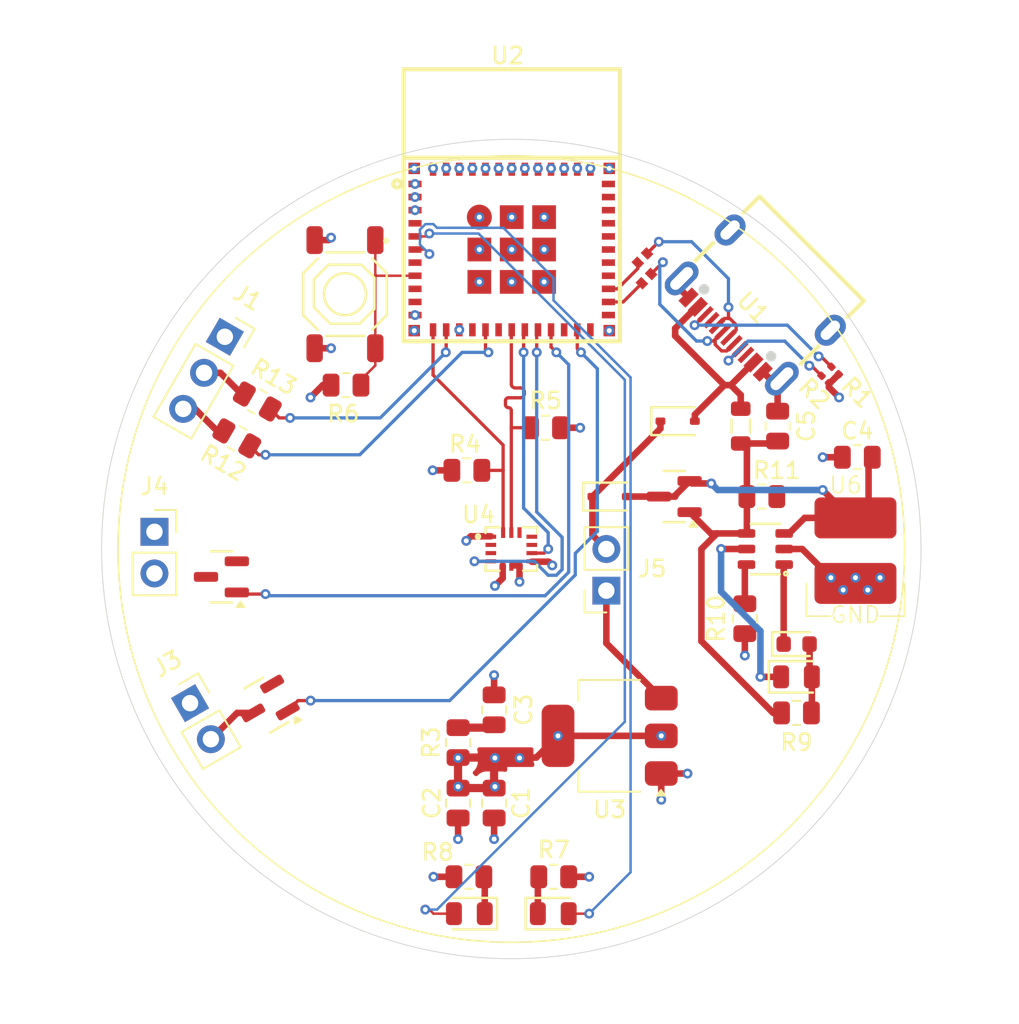
<source format=kicad_pcb>
(kicad_pcb (version 20241229) (generator "pcbnew") (generator_version "9.0")
  (layers (0 "F.Cu" signal) (4 "In1.Cu" signal) (6 "In2.Cu" signal) (2 "B.Cu" signal) (13 "F.Paste" user) (15 "B.Paste" user) (5 "F.SilkS" user "F.Silkscreen") (7 "B.SilkS" user "B.Silkscreen") (1 "F.Mask" user) (3 "B.Mask" user) (25 "Edge.Cuts" user))
  (net 0 "")
  (net 1 "/+3.3V")
  (net 2 "/USB_D-")
  (net 3 "/BATT+")
  (net 4 "/USB_D+")
  (net 5 "/+5V")
  (net 6 "/CC2")
  (net 7 "GND")
  (net 8 "/CC1")
  (net 9 "/BATT_STDBY")
  (net 10 "/BATT_CHRG")
  (net 16 "/PWR_FLT")
  (net 17 "/I2C_SCL_1")
  (net 18 "/I2C_SDA_1")
  (net 31 "/DEBUG_LED1")
  (net 34 "/GPI0_10")
  (net 36 "/GPI0_1")
  (net 38 "/I2C_INT1")
  (net 39 "/I2C_INT2")
  (net 40 "/DEBUG_LED2")
  (net 41 "/BATT_")
  (net 43 "/raw_power")
  (net 44 "/EN")
  (net 45 "Net-(J3-Pin_2)")
  (net 46 "Net-(J4-Pin_2)")
  (net 49 "/PWM_1")
  (net 50 "Net-(J1-Pin_2)")
  (net 51 "/PWM_2")
  (net 52 "/BATT_PROG")
  (net 53 "Net-(J1-Pin_3)")
  (net 54 "Net-(D1-Pad1)")
  (net 55 "Net-(D2-Pad1)")
  (footprint "Resistor_SMD:R_0805_2012Metric" (layer "F.Cu") (at 146.75 115.5 -90)
    (property "Reference" "C2")
    (property "Value" "10nF")
  )
  (footprint "Connector_PinSocket_2.54mm:PinSocket_1x03_P2.54mm_Vertical" (layer "F.Cu") (at 132.52 87.050296 -30)
    (property "Reference" "J1")
    (property "Value" "Conn_01x03")
  )
  (footprint "PCM_JLCPCB:FB_0805" (layer "F.Cu") (at 164 92.5 90)
    (property "Reference" "FB2" (hide yes))
    (property "Value" "~")
  )
  (footprint "Resistor_SMD:R_0805_2012Metric" (layer "F.Cu") (at 167.4 110)
    (property "Reference" "R9")
    (property "Value" "1k")
  )
  (footprint "PCM_JLCPCB:D_0805" (layer "F.Cu") (at 147.44 122.25 180)
    (property "Reference" "D2" (hide yes))
    (property "Value" "Yellow")
  )
  (footprint "Resistor_SMD:R_0805_2012Metric" (layer "F.Cu") (at 148.95 109.8125 90)
    (property "Reference" "C3")
    (property "Value" "1uF")
  )
  (footprint "Connector_PinSocket_2.54mm:PinSocket_1x02_P2.54mm_Vertical" (layer "F.Cu") (at 155.8 102.54 180)
    (property "Reference" "J5")
    (property "Value" "Conn_01x02")
  )
  (footprint "PCM_JLCPCB:Q_SOT-23" (layer "F.Cu") (at 135.064064 109.53 -150)
    (property "Reference" "Q1" (hide yes))
    (property "Value" "HL2307")
  )
  (footprint "Resistor_SMD:R_0805_2012Metric" (layer "F.Cu") (at 133.25 93.25 -30)
    (property "Reference" "R12")
    (property "Value" "330")
  )
  (footprint "PCM_JLCPCB:D_SOD-323" (layer "F.Cu") (at 156 96.8)
    (property "Reference" "D6" (hide yes))
    (property "Value" "1N5819WS")
  )
  (footprint "Resistor_SMD:R_0805_2012Metric" (layer "F.Cu") (at 171.1125 94.4 180)
    (property "Reference" "C4")
    (property "Value" "1uF")
  )
  (footprint "PCM_JLCPCB:Q_SOT-23" (layer "F.Cu") (at 159.94 96.8 180)
    (property "Reference" "Q3" (hide yes))
    (property "Value" "HL2307")
  )
  (footprint "PCM_JLCPCB:D_0805" (layer "F.Cu") (at 167.4 107.8)
    (property "Reference" "D3" (hide yes))
    (property "Value" "Green")
  )
  (footprint "PCM_JLCPCB:SW-SMD_4P-L5.1-W5.1-P3.70-LS6.5-TL-2" (layer "F.Cu") (at 139.85 84.45 -90)
    (property "Reference" "S1" (hide yes))
    (property "Value" "Tactile Button, 160gf")
  )
  (footprint "Connector_PinSocket_2.54mm:PinSocket_1x02_P2.54mm_Vertical" (layer "F.Cu") (at 130.396651 109.404969 30)
    (property "Reference" "J3")
    (property "Value" "Conn_01x02")
  )
  (footprint "esp_32:WIFIM-SMD_ESP32-C3-MINI-1" (layer "F.Cu") (at 150.025 81.725)
    (property "Reference" "U2")
    (property "Value" "~")
  )
  (footprint "Resistor_SMD:R_0805_2012Metric" (layer "F.Cu") (at 147.2875 95.2 180)
    (property "Reference" "R4")
    (property "Value" "4.7k")
  )
  (footprint "PCM_JLCPCB:D_DFN1006-2L" (layer "F.Cu") (at 158 82.25 -135)
    (property "Reference" "D7" (hide yes))
    (property "Value" "H3V3L10B" (hide yes))
  )
  (footprint "Resistor_SMD:R_0201_0603Metric" (layer "F.Cu") (at 169.756048 89.106048 -45)
    (property "Reference" "R1")
    (property "Value" "5.1k" (hide yes))
  )
  (footprint "batt_conn:Untitled" (layer "F.Cu") (at 171 100.1)
    (property "Reference" "U6")
    (property "Value" "~")
  )
  (footprint "Resistor_SMD:R_0805_2012Metric" (layer "F.Cu") (at 147.4125 120 180)
    (property "Reference" "R8")
    (property "Value" "50")
  )
  (footprint "Resistor_SMD:R_0805_2012Metric" (layer "F.Cu") (at 134.5 91 -30)
    (property "Reference" "R13")
    (property "Value" "330")
  )
  (footprint "Resistor_SMD:R_0805_2012Metric" (layer "F.Cu") (at 152.0875 92.6)
    (property "Reference" "R5")
    (property "Value" "4.7k")
  )
  (footprint "Connector_PinSocket_2.54mm:PinSocket_1x02_P2.54mm_Vertical" (layer "F.Cu") (at 128.225 98.95)
    (property "Reference" "J4")
    (property "Value" "Conn_01x02")
  )
  (footprint "Resistor_SMD:R_0805_2012Metric" (layer "F.Cu") (at 139.9125 90)
    (property "Reference" "R6")
    (property "Value" "10k")
  )
  (footprint "Resistor_SMD:R_0805_2012Metric" (layer "F.Cu") (at 166.25 92.5 90)
    (property "Reference" "C5")
    (property "Value" "1uF" (hide yes))
  )
  (footprint "Resistor_SMD:R_0201_0603Metric" (layer "F.Cu") (at 169.156048 89.656048 -45)
    (property "Reference" "R2")
    (property "Value" "5.1k" (hide yes))
  )
  (footprint "PCM_JLCPCB:SOT-23-6_L2.9-W1.6-P0.95-LS2.8-BL" (layer "F.Cu") (at 165.5 100 90)
    (property "Reference" "U5" (hide yes))
    (property "Value" "TP4057" (hide yes))
  )
  (footprint "Resistor_SMD:R_0805_2012Metric" (layer "F.Cu") (at 165.2875 96.8)
    (property "Reference" "R11")
    (property "Value" "10k" (hide yes))
  )
  (footprint "PCM_JLCPCB:D_DFN1006-2L" (layer "F.Cu") (at 158.25 83.5 -135)
    (property "Reference" "D8" (hide yes))
    (property "Value" "H3V3L10B" (hide yes))
  )
  (footprint "PCM_JLCPCB:D_0603" (layer "F.Cu") (at 167.41 105.8)
    (property "Reference" "D4" (hide yes))
    (property "Value" "Red")
  )
  (footprint "Resistor_SMD:R_0805_2012Metric" (layer "F.Cu") (at 146.75 111.8125 90)
    (property "Reference" "R3")
    (property "Value" "10k")
  )
  (footprint "JLCPCB_USB_FOOTPRINT:USB-SMD_TYPE-C16PIN-1" (layer "F.Cu") (at 164.743182 85.256819 135)
    (property "Reference" "U1")
    (property "Value" "~")
    (fp_poly (pts (xy 3.212221 -1.370421) (xy 3.190261 -1.452372) (xy 3.14784 -1.525847) (xy 3.087847 -1.58584) (xy 3.014371 -1.628261) (xy 2.932421 -1.65022) (xy 2.847579 -1.65022) (xy 2.765628 -1.628261) (xy 2.692153 -1.58584) (xy 2.63216 -1.525847) (xy 2.589739 -1.452372) (xy 2.56778 -1.370421) (xy 2.56778 -1.285579) (xy 2.589739 -1.203629) (xy 2.63216 -1.130153) (xy 2.692153 -1.07016) (xy 2.765628 -1.027739) (xy 2.847579 -1.005779) (xy 2.932421 -1.00578) (xy 3.014372 -1.027739) (xy 3.087847 -1.07016) (xy 3.14784 -1.130153) (xy 3.190261 -1.203628) (xy 3.21222 -1.285579)) (fill yes) (layer "Edge.Cuts"))
    (fp_poly (pts (xy -2.56778 -1.370421) (xy -2.589739 -1.452372) (xy -2.63216 -1.525847) (xy -2.692153 -1.58584) (xy -2.765628 -1.628261) (xy -2.847579 -1.65022) (xy -2.932421 -1.65022) (xy -3.014371 -1.628261) (xy -3.087847 -1.58584) (xy -3.14784 -1.525847) (xy -3.190261 -1.452372) (xy -3.212221 -1.370421) (xy -3.21222 -1.285579) (xy -3.190261 -1.203628) (xy -3.14784 -1.130153) (xy -3.087847 -1.07016) (xy -3.014372 -1.027739) (xy -2.932421 -1.00578) (xy -2.847579 -1.005779) (xy -2.765628 -1.027739) (xy -2.692153 -1.07016) (xy -2.63216 -1.130153) (xy -2.589739 -1.203629) (xy -2.56778 -1.285579)) (fill yes) (layer "Edge.Cuts"))
  )
  (footprint "PCM_JLCPCB:D_0805" (layer "F.Cu") (at 152.56 122.25)
    (property "Reference" "D1" (hide yes))
    (property "Value" "White")
  )
  (footprint "Resistor_SMD:R_0805_2012Metric" (layer "F.Cu") (at 152.5875 120)
    (property "Reference" "R7")
    (property "Value" "50")
  )
  (footprint "Resistor_SMD:R_0805_2012Metric" (layer "F.Cu") (at 148.95 115.5 -90)
    (property "Reference" "C1")
    (property "Value" "1uF")
  )
  (footprint "Resistor_SMD:R_0805_2012Metric" (layer "F.Cu") (at 164.25 104.25 -90)
    (property "Reference" "R10")
    (property "Value" "2.5k" (hide yes))
  )
  (footprint "PCM_JLCPCB:Q_SOT-23" (layer "F.Cu") (at 132.31 101.7 180)
    (property "Reference" "Q2" (hide yes))
    (property "Value" "HL2307")
  )
  (footprint "imu:LGA-14_L3.0-W2.5-P0.50-TL_QMI8658A" (layer "F.Cu") (at 150 100)
    (property "Reference" "U4")
    (property "Value" "~")
  )
  (footprint "PCM_JLCPCB:D_SOD-323" (layer "F.Cu") (at 160.15 92.2)
    (property "Reference" "D5" (hide yes))
    (property "Value" "1N5819WS")
  )
  (footprint "Package_TO_SOT_SMD:SOT-223-3_TabPin2" (layer "F.Cu") (at 156 111.4 180)
    (property "Reference" "U3")
    (property "Value" "AMS1117-3.3")
  )
  (gr_circle (center 150 100) (end 174 100) (stroke (width 0.1)) (fill no) (layer "F.SilkS"))
  (gr_circle (center 150 100) (end 150 75) (stroke (width 0.05)) (fill no) (layer "Edge.Cuts"))
  (segment (start 148.95 112.725) (end 146.75 112.725) (width 0.4) (layer "F.Cu") (net 1))
  (segment (start 151.525 112.725) (end 148.95 112.725) (width 0.4) (layer "F.Cu") (net 1))
  (segment (start 138.5 90) (end 137.75 90.75) (width 0.4) (layer "F.Cu") (net 1))
  (segment (start 149 102.25) (end 149.474 101.776) (width 0.4) (layer "F.Cu") (net 1))
  (segment (start 145.2 95.2) (end 146.375 95.2) (width 0.4) (layer "F.Cu") (net 1))
  (segment (start 146.75 114.5875) (end 148.95 114.5875) (width 0.4) (layer "F.Cu") (net 1))
  (segment (start 154.2 92.6) (end 153 92.6) (width 0.4) (layer "F.Cu") (net 1))
  (segment (start 152.85 111.4) (end 151.525 112.725) (width 0.4) (layer "F.Cu") (net 1))
  (segment (start 149.474 101.776) (end 149.474 101) (width 0.4) (layer "F.Cu") (net 1))
  (segment (start 159.15 111.4) (end 152.85 111.4) (width 0.4) (layer "F.Cu") (net 1))
  (segment (start 152.276 100.776) (end 151.25 100.776) (width 0.4) (layer "F.Cu") (net 1))
  (segment (start 146.75 112.725) (end 146.75 114.5875) (width 0.4) (layer "F.Cu") (net 1))
  (segment (start 148.95 114.5875) (end 148.95 112.725) (width 0.4) (layer "F.Cu") (net 1))
  (segment (start 139 90) (end 138.5 90) (width 0.4) (layer "F.Cu") (net 1))
  (segment (start 152.5 101) (end 152.276 100.776) (width 0.4) (layer "F.Cu") (net 1))
  (via (at 146.75 114.5) (size 0.6) (drill 0.3) (layers "F.Cu" "B.Cu") (net 1))
  (via (at 149 112.75) (size 0.6) (drill 0.3) (layers "F.Cu" "B.Cu") (net 1))
  (via (at 154.2 92.6) (size 0.6) (drill 0.3) (layers "F.Cu" "B.Cu") (net 1))
  (via (at 149 102.25) (size 0.6) (drill 0.3) (layers "F.Cu" "B.Cu") (net 1))
  (via (at 145.2 95.2) (size 0.6) (drill 0.3) (layers "F.Cu" "B.Cu") (net 1))
  (via (at 152.85 111.4) (size 0.6) (drill 0.3) (layers "F.Cu" "B.Cu") (net 1))
  (via (at 137.75 90.75) (size 0.6) (drill 0.3) (layers "F.Cu" "B.Cu") (net 1))
  (via (at 149 114.5) (size 0.6) (drill 0.3) (layers "F.Cu" "B.Cu") (net 1))
  (via (at 146.75 112.75) (size 0.6) (drill 0.3) (layers "F.Cu" "B.Cu") (net 1))
  (via (at 150.5 112.75) (size 0.6) (drill 0.3) (layers "F.Cu" "B.Cu") (net 1))
  (via (at 159.15 111.4) (size 0.6) (drill 0.3) (layers "F.Cu" "B.Cu") (net 1))
  (via (at 152.5 101) (size 0.6) (drill 0.3) (layers "F.Cu" "B.Cu") (net 1))
  (via (at 144.125 79.325) (size 0.6) (drill 0.3) (layers "F.Cu" "B.Cu") (net 1))
  (segment (start 162.902937 86.743511) (end 162.442838 87.20361) (width 0.2) (layer "F.Cu") (net 2))
  (segment (start 163.149945 87.910716) (end 163.610043 87.450618) (width 0.2) (layer "F.Cu") (net 2))
  (segment (start 162.831292 87.910716) (end 163.149945 87.910716) (width 0.2) (layer "F.Cu") (net 2))
  (segment (start 162.337373 87.309075) (end 161.95768 87.309075) (width 0.2) (layer "F.Cu") (net 2))
  (segment (start 159.25 82.5) (end 158.532843 83.217157) (width 0.2) (layer "F.Cu") (net 2))
  (segment (start 162.442838 87.522262) (end 162.831292 87.910716) (width 0.2) (layer "F.Cu") (net 2))
  (segment (start 157.967157 83.782843) (end 156.825 84.925) (width 0.2) (layer "F.Cu") (net 2))
  (segment (start 156.825 84.925) (end 155.925 84.925) (width 0.2) (layer "F.Cu") (net 2))
  (segment (start 162.902937 86.743511) (end 162.337373 87.309075) (width 0.2) (layer "F.Cu") (net 2))
  (segment (start 162.442838 87.20361) (end 162.442838 87.522262) (width 0.2) (layer "F.Cu") (net 2))
  (via (at 159.25 82.5) (size 0.6) (drill 0.3) (layers "F.Cu" "B.Cu") (net 2))
  (via (at 161.95768 87.309075) (size 0.6) (drill 0.3) (layers "F.Cu" "B.Cu") (net 2))
  (segment (start 159.060122 82.689878) (end 159.25 82.5) (width 0.2) (layer "B.Cu") (net 2))
  (segment (start 161.300328 87.309075) (end 159.060122 85.068869) (width 0.2) (layer "B.Cu") (net 2))
  (segment (start 161.95768 87.309075) (end 161.300328 87.309075) (width 0.2) (layer "B.Cu") (net 2))
  (segment (start 159.060122 85.068869) (end 159.060122 82.689878) (width 0.2) (layer "B.Cu") (net 2))
  (segment (start 167.9 98.1) (end 166.95 99.05) (width 0.4) (layer "F.Cu") (net 3))
  (segment (start 171.8 97.3) (end 171.8 94.625) (width 0.4) (layer "F.Cu") (net 3))
  (segment (start 159 96.8) (end 157.05 96.8) (width 0.4) (layer "F.Cu") (net 3))
  (segment (start 171 98.1) (end 170.7 98.1) (width 0.4) (layer "F.Cu") (net 3))
  (segment (start 171.8 94.625) (end 172.025 94.4) (width 0.4) (layer "F.Cu") (net 3))
  (segment (start 171 98.1) (end 171.8 97.3) (width 0.4) (layer "F.Cu") (net 3))
  (segment (start 161.03 96) (end 160.88 95.85) (width 0.4) (layer "F.Cu") (net 3))
  (segment (start 160 96.73) (end 160 96.8) (width 0.4) (layer "F.Cu") (net 3))
  (segment (start 170.7 98.1) (end 169 96.4) (width 0.4) (layer "F.Cu") (net 3))
  (segment (start 160.88 95.85) (end 160 96.73) (width 0.4) (layer "F.Cu") (net 3))
  (segment (start 166.95 99.05) (end 166.65 99.05) (width 0.4) (layer "F.Cu") (net 3))
  (segment (start 162.2 96) (end 161.03 96) (width 0.4) (layer "F.Cu") (net 3))
  (segment (start 160 96.8) (end 159 96.8) (width 0.4) (layer "F.Cu") (net 3))
  (segment (start 171 98.1) (end 167.9 98.1) (width 0.4) (layer "F.Cu") (net 3))
  (via (at 169 96.4) (size 0.6) (drill 0.3) (layers "F.Cu" "B.Cu") (net 3))
  (via (at 162.2 96) (size 0.6) (drill 0.3) (layers "F.Cu" "B.Cu") (net 3))
  (segment (start 162.6 96.4) (end 162.2 96) (width 0.4) (layer "B.Cu") (net 3))
  (segment (start 169 96.4) (end 162.6 96.4) (width 0.4) (layer "B.Cu") (net 3))
  (segment (start 163.716589 86.318313) (end 163.328135 85.929859) (width 0.2) (layer "F.Cu") (net 4))
  (segment (start 162.549383 86.389958) (end 163.009482 85.929859) (width 0.2) (layer "F.Cu") (net 4))
  (segment (start 163.25 85.929859) (end 163.009482 85.929859) (width 0.2) (layer "F.Cu") (net 4))
  (segment (start 163.25649 87.097064) (end 163.716589 86.636965) (width 0.2) (layer "F.Cu") (net 4))
  (segment (start 156.478554 84.125) (end 155.925 84.125) (width 0.2) (layer "F.Cu") (net 4))
  (segment (start 163.716589 86.636965) (end 163.716589 86.318313) (width 0.2) (layer "F.Cu") (net 4))
  (segment (start 163.25 85.929859) (end 163.25 85.25) (width 0.2) (layer "F.Cu") (net 4))
  (segment (start 157.717157 82.532843) (end 157.717157 82.886397) (width 0.2) (layer "F.Cu") (net 4))
  (segment (start 163.328135 85.929859) (end 163.25 85.929859) (width 0.2) (layer "F.Cu") (net 4))
  (segment (start 159 81.25) (end 158.282843 81.967157) (width 0.2) (layer "F.Cu") (net 4))
  (segment (start 157.717157 82.886397) (end 156.478554 84.125) (width 0.2) (layer "F.Cu") (net 4))
  (via (at 163.25 85.25) (size 0.6) (drill 0.3) (layers "F.Cu" "B.Cu") (net 4))
  (via (at 159 81.25) (size 0.6) (drill 0.3) (layers "F.Cu" "B.Cu") (net 4))
  (segment (start 161 81.25) (end 159 81.25) (width 0.2) (layer "B.Cu") (net 4))
  (segment (start 163.25 85.25) (end 163.25 83.5) (width 0.2) (layer "B.Cu") (net 4))
  (segment (start 163.25 83.5) (end 161.25 81.5) (width 0.2) (layer "B.Cu") (net 4))
  (segment (start 161.25 81.5) (end 161 81.25) (width 0.2) (layer "B.Cu") (net 4))
  (segment (start 163 90) (end 163.394114 90) (width 0.4) (layer "F.Cu") (net 5))
  (segment (start 164 93.56) (end 166.1025 93.56) (width 0.4) (layer "F.Cu") (net 5))
  (segment (start 164 90.605886) (end 164 91.44) (width 0.4) (layer "F.Cu") (net 5))
  (segment (start 163 90) (end 161.2 91.8) (width 0.4) (layer "F.Cu") (net 5))
  (segment (start 163.394114 90) (end 164.77677 88.617344) (width 0.4) (layer "F.Cu") (net 5))
  (segment (start 161.2 91.8) (end 161.2 92.2) (width 0.4) (layer "F.Cu") (net 5))
  (segment (start 161.382657 85.223231) (end 161.310449 85.223231) (width 0.4) (layer "F.Cu") (net 5))
  (segment (start 160.88 97.75) (end 162.18 99.05) (width 0.4) (layer "F.Cu") (net 5))
  (segment (start 165.975 110) (end 161.6 105.625) (width 0.4) (layer "F.Cu") (net 5))
  (segment (start 160 87) (end 163 90) (width 0.4) (layer "F.Cu") (net 5))
  (segment (start 161.6 100) (end 162.55 99.05) (width 0.4) (layer "F.Cu") (net 5))
  (segment (start 162.18 99.05) (end 162.55 99.05) (width 0.4) (layer "F.Cu") (net 5))
  (segment (start 164.375 96.8) (end 164.375 99.025) (width 0.4) (layer "F.Cu") (net 5))
  (segment (start 164.375 93.935) (end 164 93.56) (width 0.4) (layer "F.Cu") (net 5))
  (segment (start 161.310449 85.223231) (end 160 86.53368) (width 0.4) (layer "F.Cu") (net 5))
  (segment (start 162.55 99.05) (end 164.35 99.05) (width 0.4) (layer "F.Cu") (net 5))
  (segment (start 164.375 99.025) (end 164.35 99.05) (width 0.4) (layer "F.Cu") (net 5))
  (segment (start 164.375 96.8) (end 164.375 93.935) (width 0.4) (layer "F.Cu") (net 5))
  (segment (start 166.4875 110) (end 165.975 110) (width 0.4) (layer "F.Cu") (net 5))
  (segment (start 161.6 105.625) (end 161.6 100) (width 0.4) (layer "F.Cu") (net 5))
  (segment (start 163.394114 90) (end 164 90.605886) (width 0.4) (layer "F.Cu") (net 5))
  (segment (start 160 86.53368) (end 160 87) (width 0.4) (layer "F.Cu") (net 5))
  (segment (start 166.1025 93.56) (end 166.25 93.4125) (width 0.4) (layer "F.Cu") (net 5))
  (segment (start 161.842193 85.682851) (end 161.18312 86.341924) (width 0.2) (layer "F.Cu") (net 6))
  (segment (start 161.842276 85.682851) (end 161.842193 85.682851) (width 0.2) (layer "F.Cu") (net 6))
  (segment (start 168.9 88.25) (end 169.529774 88.879774) (width 0.2) (layer "F.Cu") (net 6))
  (segment (start 168.75 88.25) (end 168.9 88.25) (width 0.2) (layer "F.Cu") (net 6))
  (via (at 168.75 88.25) (size 0.6) (drill 0.3) (layers "F.Cu" "B.Cu") (net 6))
  (via (at 161.18312 86.341924) (size 0.6) (drill 0.3) (layers "F.Cu" "B.Cu") (net 6))
  (segment (start 161.18312 86.341924) (end 166.841924 86.341924) (width 0.2) (layer "B.Cu") (net 6))
  (segment (start 166.841924 86.341924) (end 168.75 88.25) (width 0.2) (layer "B.Cu") (net 6))
  (segment (start 150.5 102) (end 150.5 101) (width 0.4) (layer "F.Cu") (net 7))
  (segment (start 138.85 81.15) (end 139 81) (width 0.4) (layer "F.Cu") (net 7))
  (segment (start 147.526 99.224) (end 148.75 99.224) (width 0.4) (layer "F.Cu") (net 7))
  (segment (start 153.5 120) (end 154.75 120) (width 0.4) (layer "F.Cu") (net 7))
  (segment (start 165.342455 89.183029) (end 165.766719 89.607293) (width 0.4) (layer "F.Cu") (net 7))
  (segment (start 166.65 100) (end 167.75 100) (width 0.4) (layer "F.Cu") (net 7))
  (segment (start 169.382322 90.132322) (end 170 90.75) (width 0.4) (layer "F.Cu") (net 7))
  (segment (start 147.25 99.5) (end 147.526 99.224) (width 0.4) (layer "F.Cu") (net 7))
  (segment (start 169.982322 89.332322) (end 169.432322 89.882322) (width 0.4) (layer "F.Cu") (net 7))
  (segment (start 148.95 108.9) (end 148.95 107.7) (width 0.4) (layer "F.Cu") (net 7))
  (segment (start 169.432322 89.882322) (end 169.382322 89.882322) (width 0.4) (layer "F.Cu") (net 7))
  (segment (start 138 87.75) (end 139 87.75) (width 0.4) (layer "F.Cu") (net 7))
  (segment (start 169.382322 89.882322) (end 169.382322 90.132322) (width 0.4) (layer "F.Cu") (net 7))
  (segment (start 166.25 91.5875) (end 166.25 89.866474) (width 0.4) (layer "F.Cu") (net 7))
  (segment (start 146.5 120) (end 145.25 120) (width 0.4) (layer "F.Cu") (net 7))
  (segment (start 166.25 89.866474) (end 166.509181 89.607293) (width 0.4) (layer "F.Cu") (net 7))
  (segment (start 159.15 113.7) (end 160.75 113.7) (width 0.4) (layer "F.Cu") (net 7))
  (segment (start 159.15 113.7) (end 159.15 115.3) (width 0.4) (layer "F.Cu") (net 7))
  (segment (start 138 81.15) (end 138.85 81.15) (width 0.4) (layer "F.Cu") (net 7))
  (segment (start 170.2 94.4) (end 169 94.4) (width 0.4) (layer "F.Cu") (net 7))
  (segment (start 150.5 101) (end 150.075 101) (width 0.4) (layer "F.Cu") (net 7))
  (segment (start 164.25 105.1625) (end 164.25 106.5) (width 0.4) (layer "F.Cu") (net 7))
  (segment (start 167.75 100) (end 169.5 101.75) (width 0.4) (layer "F.Cu") (net 7))
  (segment (start 160.816972 84.657546) (end 160.392708 84.233282) (width 0.4) (layer "F.Cu") (net 7))
  (segment (start 160.392708 84.233282) (end 160.392708 83.49082) (width 0.4) (layer "F.Cu") (net 7))
  (segment (start 165.766719 89.607293) (end 166.509181 89.607293) (width 0.4) (layer "F.Cu") (net 7))
  (segment (start 146.75 116.4125) (end 146.75 117.7) (width 0.4) (layer "F.Cu") (net 7))
  (segment (start 148.95 116.4125) (end 148.95 117.7) (width 0.4) (layer "F.Cu") (net 7))
  (via (at 148.05 81.725) (size 0.6) (drill 0.3) (layers "F.Cu" "B.Cu") (net 7))
  (via (at 148.05 79.75) (size 0.6) (drill 0.3) (layers "F.Cu" "B.Cu") (net 7))
  (via (at 148.95 117.7) (size 0.6) (drill 0.3) (layers "F.Cu" "B.Cu") (net 7))
  (via (at 150.5 102) (size 0.6) (drill 0.3) (layers "F.Cu" "B.Cu") (net 7))
  (via (at 170.25 102.5) (size 0.6) (drill 0.3) (layers "F.Cu" "B.Cu") (net 7))
  (via (at 145.25 120) (size 0.6) (drill 0.3) (layers "F.Cu" "B.Cu") (net 7))
  (via (at 152 81.725) (size 0.6) (drill 0.3) (layers "F.Cu" "B.Cu") (net 7))
  (via (at 147.25 99.5) (size 0.6) (drill 0.3) (layers "F.Cu" "B.Cu") (net 7))
  (via (at 155.975 76.775) (size 0.6) (drill 0.3) (layers "F.Cu" "B.Cu") (net 7))
  (via (at 160.75 113.7) (size 0.6) (drill 0.3) (layers "F.Cu" "B.Cu") (net 7))
  (via (at 154.825 76.775) (size 0.6) (drill 0.3) (layers "F.Cu" "B.Cu") (net 7))
  (via (at 145.225 76.775) (size 0.6) (drill 0.3) (layers "F.Cu" "B.Cu") (net 7))
  (via (at 152.425 76.775) (size 0.6) (drill 0.3) (layers "F.Cu" "B.Cu") (net 7))
  (via (at 153.225 76.775) (size 0.6) (drill 0.3) (layers "F.Cu" "B.Cu") (net 7))
  (via (at 150.025 76.775) (size 0.6) (drill 0.3) (layers "F.Cu" "B.Cu") (net 7))
  (via (at 146.825 86.625) (size 0.6) (drill 0.3) (layers "F.Cu" "B.Cu") (net 7))
  (via (at 164.25 106.5) (size 0.6) (drill 0.3) (layers "F.Cu" "B.Cu") (net 7))
  (via (at 150.825 76.775) (size 0.6) (drill 0.3) (layers "F.Cu" "B.Cu") (net 7))
  (via (at 152 79.75) (size 0.6) (drill 0.3) (layers "F.Cu" "B.Cu") (net 7))
  (via (at 148.425 76.775) (size 0.6) (drill 0.3) (layers "F.Cu" "B.Cu") (net 7))
  (via (at 139 81) (size 0.6) (drill 0.3) (layers "F.Cu" "B.Cu") (net 7))
  (via (at 150.025 83.7) (size 0.6) (drill 0.3) (layers "F.Cu" "B.Cu") (net 7))
  (via (at 154.025 76.775) (size 0.6) (drill 0.3) (layers "F.Cu" "B.Cu") (net 7))
  (via (at 171.75 102.5) (size 0.6) (drill 0.3) (layers "F.Cu" "B.Cu") (net 7))
  (via (at 139 87.75) (size 0.6) (drill 0.3) (layers "F.Cu" "B.Cu") (net 7))
  (via (at 149.225 76.775) (size 0.6) (drill 0.3) (layers "F.Cu" "B.Cu") (net 7))
  (via (at 151.625 76.775) (size 0.6) (drill 0.3) (layers "F.Cu" "B.Cu") (net 7))
  (via (at 146.75 117.7) (size 0.6) (drill 0.3) (layers "F.Cu" "B.Cu") (net 7))
  (via (at 146.825 76.775) (size 0.6) (drill 0.3) (layers "F.Cu" "B.Cu") (net 7))
  (via (at 148.95 107.7) (size 0.6) (drill 0.3) (layers "F.Cu" "B.Cu") (net 7))
  (via (at 144.075 86.675) (size 0.6) (drill 0.3) (layers "F.Cu" "B.Cu") (net 7))
  (via (at 150.025 81.725) (size 0.6) (drill 0.3) (layers "F.Cu" "B.Cu") (net 7))
  (via (at 159.15 115.3) (size 0.6) (drill 0.3) (layers "F.Cu" "B.Cu") (net 7))
  (via (at 152 83.7) (size 0.6) (drill 0.3) (layers "F.Cu" "B.Cu") (net 7))
  (via (at 148.05 83.7) (size 0.6) (drill 0.3) (layers "F.Cu" "B.Cu") (net 7))
  (via (at 170 90.75) (size 0.6) (drill 0.3) (layers "F.Cu" "B.Cu") (net 7))
  (via (at 144.125 85.725) (size 0.6) (drill 0.3) (layers "F.Cu" "B.Cu") (net 7))
  (via (at 154.75 120) (size 0.6) (drill 0.3) (layers "F.Cu" "B.Cu") (net 7))
  (via (at 144.125 78.525) (size 0.6) (drill 0.3) (layers "F.Cu" "B.Cu") (net 7))
  (via (at 144.125 77.725) (size 0.6) (drill 0.3) (layers "F.Cu" "B.Cu") (net 7))
  (via (at 144.075 76.775) (size 0.6) (drill 0.3) (layers "F.Cu" "B.Cu") (net 7))
  (via (at 172.5 101.75) (size 0.6) (drill 0.3) (layers "F.Cu" "B.Cu") (net 7))
  (via (at 169 94.4) (size 0.6) (drill 0.3) (layers "F.Cu" "B.Cu") (net 7))
  (via (at 169.5 101.75) (size 0.6) (drill 0.3) (layers "F.Cu" "B.Cu") (net 7))
  (via (at 147.625 76.775) (size 0.6) (drill 0.3) (layers "F.Cu" "B.Cu") (net 7))
  (via (at 171 101.75) (size 0.6) (drill 0.3) (layers "F.Cu" "B.Cu") (net 7))
  (via (at 150.025 79.75) (size 0.6) (drill 0.3) (layers "F.Cu" "B.Cu") (net 7))
  (via (at 155.975 86.675) (size 0.6) (drill 0.3) (layers "F.Cu" "B.Cu") (net 7))
  (via (at 146.025 76.775) (size 0.6) (drill 0.3) (layers "F.Cu" "B.Cu") (net 7))
  (segment (start 163.963597 87.804171) (end 163.948461 87.804171) (width 0.2) (layer "F.Cu") (net 8))
  (segment (start 168.315687 88.815687) (end 168.929774 89.429774) (width 0.2) (layer "F.Cu") (net 8))
  (segment (start 168.184313 88.815687) (end 168.315687 88.815687) (width 0.2) (layer "F.Cu") (net 8))
  (segment (start 163.948461 87.804171) (end 163.250382 88.50225) (width 0.2) (layer "F.Cu") (net 8))
  (via (at 163.250382 88.50225) (size 0.6) (drill 0.3) (layers "F.Cu" "B.Cu") (net 8))
  (via (at 168.184313 88.815687) (size 0.6) (drill 0.3) (layers "F.Cu" "B.Cu") (net 8))
  (segment (start 163.250382 88.50225) (end 164.436456 87.316176) (width 0.2) (layer "B.Cu") (net 8))
  (segment (start 164.436456 87.316176) (end 166.684802 87.316176) (width 0.2) (layer "B.Cu") (net 8))
  (segment (start 166.684802 87.316176) (end 168.184313 88.815687) (width 0.2) (layer "B.Cu") (net 8))
  (segment (start 162.8 100) (end 164.35 100) (width 0.4) (layer "F.Cu") (net 9))
  (segment (start 166.46 107.8) (end 165.2 107.8) (width 0.4) (layer "F.Cu") (net 9))
  (via (at 165.2 107.8) (size 0.6) (drill 0.3) (layers "F.Cu" "B.Cu") (net 9))
  (via (at 162.8 100) (size 0.6) (drill 0.3) (layers "F.Cu" "B.Cu") (net 9))
  (segment (start 165.2 105) (end 162.8 102.6) (width 0.4) (layer "B.Cu") (net 9))
  (segment (start 165.2 107.8) (end 165.2 105) (width 0.4) (layer "B.Cu") (net 9))
  (segment (start 162.8 102.6) (end 162.8 100) (width 0.4) (layer "B.Cu") (net 9))
  (segment (start 166.62 105.8) (end 166.62 100.98) (width 0.4) (layer "F.Cu") (net 10))
  (segment (start 166.62 100.98) (end 166.65 100.95) (width 0.4) (layer "F.Cu") (net 10))
  (segment (start 148.775 110.9) (end 148.95 110.725) (width 0.5) (layer "F.Cu") (net 16))
  (segment (start 146.75 110.9) (end 148.775 110.9) (width 0.5) (layer "F.Cu") (net 16))
  (segment (start 149.5 95.2) (end 149.5 99) (width 0.2) (layer "F.Cu") (net 17))
  (segment (start 145.225 86.625) (end 145.225 89.384331) (width 0.2) (layer "F.Cu") (net 17))
  (segment (start 145.225 89.384331) (end 149.5 93.659331) (width 0.2) (layer "F.Cu") (net 17))
  (segment (start 149.5 93.659331) (end 149.5 95.2) (width 0.2) (layer "F.Cu") (net 17))
  (segment (start 148.2 95.2) (end 149.5 95.2) (width 0.2) (layer "F.Cu") (net 17))
  (segment (start 150.24 90.171431) (end 150.555604 90.171431) (width 0.2) (layer "F.Cu") (net 18))
  (segment (start 150 90.771431) (end 149.822279 90.771431) (width 0.2) (layer "F.Cu") (net 18))
  (segment (start 150.555604 90.771431) (end 150.24 90.771431) (width 0.2) (layer "F.Cu") (net 18))
  (segment (start 150 91.731431) (end 150 92.6) (width 0.2) (layer "F.Cu") (net 18))
  (segment (start 150.025 86.625) (end 150 86.65) (width 0.2) (layer "F.Cu") (net 18))
  (segment (start 150 91.549152) (end 150 91.731431) (width 0.2) (layer "F.Cu") (net 18))
  (segment (start 150.795604 90.411431) (end 150.795604 90.531431) (width 0.2) (layer "F.Cu") (net 18))
  (segment (start 150 92.6) (end 150 93.846743) (width 0.2) (layer "F.Cu") (net 18))
  (segment (start 151.175 92.6) (end 150 92.6) (width 0.2) (layer "F.Cu") (net 18))
  (segment (start 150 93.846743) (end 150 99) (width 0.2) (layer "F.Cu") (net 18))
  (segment (start 150 86.65) (end 150 89.931431) (width 0.2) (layer "F.Cu") (net 18))
  (segment (start 150.24 90.771431) (end 150 90.771431) (width 0.2) (layer "F.Cu") (net 18))
  (segment (start 149.644558 90.949152) (end 149.644558 91.19371) (width 0.2) (layer "F.Cu") (net 18))
  (arc (start 149.822279 90.771431) (mid 149.696611 90.823484) (end 149.644558 90.949152) (width 0.2) (layer "F.Cu") (net 18))
  (arc (start 150.555604 90.171431) (mid 150.72531 90.241725) (end 150.795604 90.411431) (width 0.2) (layer "F.Cu") (net 18))
  (arc (start 150 89.931431) (mid 150.070294 90.101137) (end 150.24 90.171431) (width 0.2) (layer "F.Cu") (net 18))
  (arc (start 149.644558 91.19371) (mid 149.696611 91.319378) (end 149.822279 91.371431) (width 0.2) (layer "F.Cu") (net 18))
  (arc (start 150.795604 90.531431) (mid 150.72531 90.701137) (end 150.555604 90.771431) (width 0.2) (layer "F.Cu") (net 18))
  (arc (start 149.822279 91.371431) (mid 149.947947 91.423484) (end 150 91.549152) (width 0.2) (layer "F.Cu") (net 18))
  (segment (start 154.75 122.25) (end 153.5 122.25) (width 0.15) (layer "F.Cu") (net 31))
  (segment (start 144.725 81.725) (end 145 82) (width 0.15) (layer "F.Cu") (net 31))
  (segment (start 144.125 81.725) (end 144.725 81.725) (width 0.15) (layer "F.Cu") (net 31))
  (via (at 145 82) (size 0.6) (drill 0.3) (layers "F.Cu" "B.Cu") (net 31))
  (via (at 154.75 122.25) (size 0.6) (drill 0.3) (layers "F.Cu" "B.Cu") (net 31))
  (segment (start 145 82) (end 144.424 81.424) (width 0.15) (layer "B.Cu") (net 31))
  (segment (start 152.576 84.829612) (end 157.277 89.530612) (width 0.15) (layer "B.Cu") (net 31))
  (segment (start 145.463588 80.399) (end 149.513588 80.399) (width 0.15) (layer "B.Cu") (net 31))
  (segment (start 149.513588 80.399) (end 152.576 83.461412) (width 0.15) (layer "B.Cu") (net 31))
  (segment (start 157.277 89.530612) (end 157.277 119.723) (width 0.15) (layer "B.Cu") (net 31))
  (segment (start 144.761412 80.174) (end 145.238588 80.174) (width 0.15) (layer "B.Cu") (net 31))
  (segment (start 157.277 119.723) (end 154.75 122.25) (width 0.15) (layer "B.Cu") (net 31))
  (segment (start 144.424 81.424) (end 144.424 80.511412) (width 0.15) (layer "B.Cu") (net 31))
  (segment (start 152.576 83.461412) (end 152.576 84.829612) (width 0.15) (layer "B.Cu") (net 31))
  (segment (start 144.424 80.511412) (end 144.761412 80.174) (width 0.15) (layer "B.Cu") (net 31))
  (segment (start 145.238588 80.174) (end 145.463588 80.399) (width 0.15) (layer "B.Cu") (net 31))
  (segment (start 134.583998 94.25) (end 134.040248 93.70625) (width 0.2) (layer "F.Cu") (net 34))
  (segment (start 148.425 87.825) (end 148.6 88) (width 0.2) (layer "F.Cu") (net 34))
  (segment (start 135 94.25) (end 134.583998 94.25) (width 0.2) (layer "F.Cu") (net 34))
  (segment (start 148.425 86.625) (end 148.425 87.825) (width 0.2) (layer "F.Cu") (net 34))
  (via (at 148.6 88) (size 0.6) (drill 0.3) (layers "F.Cu" "B.Cu") (net 34))
  (via (at 135 94.25) (size 0.6) (drill 0.3) (layers "F.Cu" "B.Cu") (net 34))
  (segment (start 148.6 88) (end 147 88) (width 0.2) (layer "B.Cu") (net 34))
  (segment (start 147 88) (end 140.75 94.25) (width 0.2) (layer "B.Cu") (net 34))
  (segment (start 140.75 94.25) (end 135 94.25) (width 0.2) (layer "B.Cu") (net 34))
  (segment (start 135.833998 92) (end 135.290248 91.45625) (width 0.2) (layer "F.Cu") (net 36))
  (segment (start 146.025 86.625) (end 146.025 87.975) (width 0.2) (layer "F.Cu") (net 36))
  (segment (start 146.025 87.975) (end 146 88) (width 0.2) (layer "F.Cu") (net 36))
  (segment (start 136.5 92) (end 135.833998 92) (width 0.2) (layer "F.Cu") (net 36))
  (via (at 136.5 92) (size 0.6) (drill 0.3) (layers "F.Cu" "B.Cu") (net 36))
  (via (at 146 88) (size 0.6) (drill 0.3) (layers "F.Cu" "B.Cu") (net 36))
  (segment (start 142 92) (end 136.5 92) (width 0.2) (layer "B.Cu") (net 36))
  (segment (start 146 88) (end 142 92) (width 0.2) (layer "B.Cu") (net 36))
  (segment (start 148.75 100.75) (end 147.75 100.75) (width 0.2) (layer "F.Cu") (net 38))
  (segment (start 151.550003 86.699997) (end 151.625 86.625) (width 0.2) (layer "F.Cu") (net 38))
  (segment (start 151.550003 88) (end 151.550003 86.699997) (width 0.2) (layer "F.Cu") (net 38))
  (via (at 151.550003 88) (size 0.6) (drill 0.3) (layers "F.Cu" "B.Cu") (net 38))
  (via (at 147.75 100.75) (size 0.6) (drill 0.3) (layers "F.Cu" "B.Cu") (net 38))
  (segment (start 152.251057 101.601) (end 152.748943 101.601) (width 0.2) (layer "B.Cu") (net 38))
  (segment (start 147.75 100.75) (end 151.400057 100.75) (width 0.2) (layer "B.Cu") (net 38))
  (segment (start 153.101 99.2839) (end 151.78355 97.96645) (width 0.2) (layer "B.Cu") (net 38))
  (segment (start 153.101 101.248943) (end 153.101 99.2839) (width 0.2) (layer "B.Cu") (net 38))
  (segment (start 151.78355 97.96645) (end 151.550003 97.732903) (width 0.2) (layer "B.Cu") (net 38))
  (segment (start 151.550003 97.732903) (end 151.550003 88) (width 0.2) (layer "B.Cu") (net 38))
  (segment (start 151.400057 100.75) (end 152.251057 101.601) (width 0.2) (layer "B.Cu") (net 38))
  (segment (start 152.748943 101.601) (end 153.101 101.248943) (width 0.2) (layer "B.Cu") (net 38))
  (segment (start 150.75 86.7) (end 150.825 86.625) (width 0.2) (layer "F.Cu") (net 39))
  (segment (start 152 100.25) (end 152.25 100) (width 0.2) (layer "F.Cu") (net 39))
  (segment (start 151.25 100.25) (end 152 100.25) (width 0.2) (layer "F.Cu") (net 39))
  (segment (start 150.75 88) (end 150.75 86.7) (width 0.2) (layer "F.Cu") (net 39))
  (via (at 150.75 88) (size 0.6) (drill 0.3) (layers "F.Cu" "B.Cu") (net 39))
  (via (at 152.25 100) (size 0.6) (drill 0.3) (layers "F.Cu" "B.Cu") (net 39))
  (segment (start 152.25 99) (end 150.75 97.5) (width 0.2) (layer "B.Cu") (net 39))
  (segment (start 152.25 100) (end 152.25 99) (width 0.2) (layer "B.Cu") (net 39))
  (segment (start 150.75 97.5) (end 150.75 88) (width 0.2) (layer "B.Cu") (net 39))
  (segment (start 144.75 122) (end 145 122) (width 0.15) (layer "F.Cu") (net 40))
  (segment (start 144.125 80.925) (end 144.825 80.925) (width 0.15) (layer "F.Cu") (net 40))
  (segment (start 145 122) (end 145.25 122.25) (width 0.15) (layer "F.Cu") (net 40))
  (segment (start 145.25 122.25) (end 146.5 122.25) (width 0.15) (layer "F.Cu") (net 40))
  (segment (start 144.825 80.925) (end 145 80.75) (width 0.15) (layer "F.Cu") (net 40))
  (via (at 144.75 122) (size 0.6) (drill 0.3) (layers "F.Cu" "B.Cu") (net 40))
  (via (at 145 80.75) (size 0.6) (drill 0.3) (layers "F.Cu" "B.Cu") (net 40))
  (segment (start 145 80.75) (end 148 80.75) (width 0.15) (layer "B.Cu") (net 40))
  (segment (start 156.926 89.676) (end 156.926 110.538588) (width 0.15) (layer "B.Cu") (net 40))
  (segment (start 148 80.75) (end 156.926 89.676) (width 0.15) (layer "B.Cu") (net 40))
  (segment (start 145.464588 122) (end 144.75 122) (width 0.15) (layer "B.Cu") (net 40))
  (segment (start 156.926 110.538588) (end 145.464588 122) (width 0.15) (layer "B.Cu") (net 40))
  (segment (start 168.2 105.8) (end 168.2 107.66) (width 0.4) (layer "F.Cu") (net 41))
  (segment (start 168.34 109.9725) (end 168.3125 110) (width 0.4) (layer "F.Cu") (net 41))
  (segment (start 168.34 107.8) (end 168.34 109.9725) (width 0.4) (layer "F.Cu") (net 41))
  (segment (start 168.2 107.66) (end 168.34 107.8) (width 0.4) (layer "F.Cu") (net 41))
  (segment (start 159.1 92.2) (end 159.1 92.65) (width 0.4) (layer "F.Cu") (net 43))
  (segment (start 155.8 102.54) (end 155.8 105.75) (width 0.4) (layer "F.Cu") (net 43))
  (segment (start 154.95 99.15) (end 155.8 100) (width 0.4) (layer "F.Cu") (net 43))
  (segment (start 155.8 102.54) (end 155.94 102.54) (width 0.4) (layer "F.Cu") (net 43))
  (segment (start 155.8 105.75) (end 159.15 109.1) (width 0.4) (layer "F.Cu") (net 43))
  (segment (start 159.1 92.65) (end 154.95 96.8) (width 0.4) (layer "F.Cu") (net 43))
  (segment (start 154.95 96.8) (end 154.95 99.15) (width 0.4) (layer "F.Cu") (net 43))
  (segment (start 141.775 83.325) (end 141.7 83.25) (width 0.15) (layer "F.Cu") (net 44))
  (segment (start 141.7 88.8) (end 141.7 87.75) (width 0.15) (layer "F.Cu") (net 44))
  (segment (start 140.825 90) (end 140.825 89.675) (width 0.15) (layer "F.Cu") (net 44))
  (segment (start 141.7 87.75) (end 141.7 83.25) (width 0.15) (layer "F.Cu") (net 44))
  (segment (start 144.125 83.325) (end 141.775 83.325) (width 0.15) (layer "F.Cu") (net 44))
  (segment (start 140.825 89.675) (end 141.7 88.8) (width 0.15) (layer "F.Cu") (net 44))
  (segment (start 141.7 83.25) (end 141.7 81.15) (width 0.15) (layer "F.Cu") (net 44))
  (segment (start 133.271325 110) (end 131.666651 111.604674) (width 0.4) (layer "F.Cu") (net 45))
  (segment (start 134.25 110) (end 133.271325 110) (width 0.4) (layer "F.Cu") (net 45))
  (segment (start 154.025 87.775) (end 154.25 88) (width 0.2) (layer "F.Cu") (net 49))
  (segment (start 136.985852 109.25) (end 136.353128 109.882724) (width 0.2) (layer "F.Cu") (net 49))
  (segment (start 154.025 86.625) (end 154.025 87.775) (width 0.2) (layer "F.Cu") (net 49))
  (segment (start 137.75 109.25) (end 136.985852 109.25) (width 0.2) (layer "F.Cu") (net 49))
  (via (at 154.25 88) (size 0.6) (drill 0.3) (layers "F.Cu" "B.Cu") (net 49))
  (via (at 137.75 109.25) (size 0.6) (drill 0.3) (layers "F.Cu" "B.Cu") (net 49))
  (segment (start 153.903 100.26924) (end 153.903 101.581143) (width 0.2) (layer "B.Cu") (net 49))
  (segment (start 154.25 88) (end 155.25 89) (width 0.2) (layer "B.Cu") (net 49))
  (segment (start 155.25 98.92224) (end 153.903 100.26924) (width 0.2) (layer "B.Cu") (net 49))
  (segment (start 146.234143 109.25) (end 137.75 109.25) (width 0.2) (layer "B.Cu") (net 49))
  (segment (start 155.25 89) (end 155.25 98.92224) (width 0.2) (layer "B.Cu") (net 49))
  (segment (start 153.903 101.581143) (end 146.234143 109.25) (width 0.2) (layer "B.Cu") (net 49))
  (segment (start 133.54375 90.54375) (end 132.25 89.25) (width 0.4) (layer "F.Cu") (net 50))
  (segment (start 132.25 89.25) (end 131.25 89.25) (width 0.4) (layer "F.Cu") (net 50))
  (segment (start 133.709752 90.54375) (end 133.54375 90.54375) (width 0.4) (layer "F.Cu") (net 50))
  (segment (start 135 102.75) (end 133.35 102.75) (width 0.2) (layer "F.Cu") (net 51))
  (segment (start 152.425 87.675) (end 152.75 88) (width 0.2) (layer "F.Cu") (net 51))
  (segment (start 133.35 102.75) (end 133.25 102.65) (width 0.2) (layer "F.Cu") (net 51))
  (segment (start 152.425 86.625) (end 152.425 87.675) (width 0.2) (layer "F.Cu") (net 51))
  (via (at 135 102.75) (size 0.6) (drill 0.3) (layers "F.Cu" "B.Cu") (net 51))
  (via (at 152.75 88) (size 0.6) (drill 0.3) (layers "F.Cu" "B.Cu") (net 51))
  (segment (start 152.75 88) (end 153.502 88.752) (width 0.2) (layer "B.Cu") (net 51))
  (segment (start 153.502 101.415043) (end 152.066043 102.851) (width 0.2) (layer "B.Cu") (net 51))
  (segment (start 152.066043 102.851) (end 135.101 102.851) (width 0.2) (layer "B.Cu") (net 51))
  (segment (start 135.101 102.851) (end 135 102.75) (width 0.2) (layer "B.Cu") (net 51))
  (segment (start 153.502 88.752) (end 153.502 101.415043) (width 0.2) (layer "B.Cu") (net 51))
  (segment (start 164.25 103.3375) (end 164.25 101.05) (width 0.4) (layer "F.Cu") (net 52))
  (segment (start 164.25 101.05) (end 164.35 100.95) (width 0.4) (layer "F.Cu") (net 52))
  (segment (start 130.699704 91.449704) (end 129.98 91.449704) (width 0.4) (layer "F.Cu") (net 53))
  (segment (start 132.04375 92.79375) (end 130.699704 91.449704) (width 0.4) (layer "F.Cu") (net 53))
  (segment (start 132.459752 92.79375) (end 132.04375 92.79375) (width 0.4) (layer "F.Cu") (net 53))
  (segment (start 151.62 120.055) (end 151.675 120) (width 0.4) (layer "F.Cu") (net 54))
  (segment (start 151.62 122.25) (end 151.62 120.055) (width 0.4) (layer "F.Cu") (net 54))
  (segment (start 148.38 120.055) (end 148.325 120) (width 0.4) (layer "F.Cu") (net 55))
  (segment (start 148.38 122.25) (end 148.38 120.055) (width 0.4) (layer "F.Cu") (net 55))
  (zone (net 1) (net_name "/+3.3V") (layer "F.Cu") (priority 2) (connect_pads (clearance 0.5)) (min_thickness 0.25) (fill yes (thermal_gap 0.5) (thermal_bridge_width 0.5))
    (polygon (pts (xy 145.95 112.1) (xy 153.75 112.1) (xy 153.75 113.3) (xy 149.75 113.3) (xy 149.75 115.1) (xy 145.95 115.1)))
  )
)
</source>
